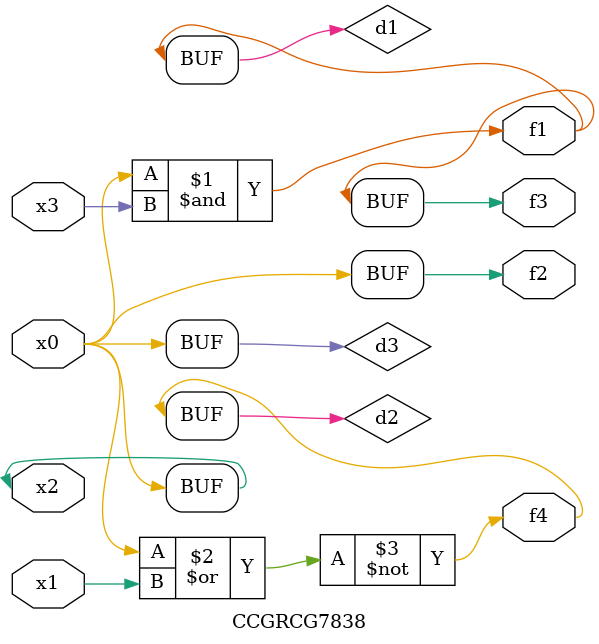
<source format=v>
module CCGRCG7838(
	input x0, x1, x2, x3,
	output f1, f2, f3, f4
);

	wire d1, d2, d3;

	and (d1, x2, x3);
	nor (d2, x0, x1);
	buf (d3, x0, x2);
	assign f1 = d1;
	assign f2 = d3;
	assign f3 = d1;
	assign f4 = d2;
endmodule

</source>
